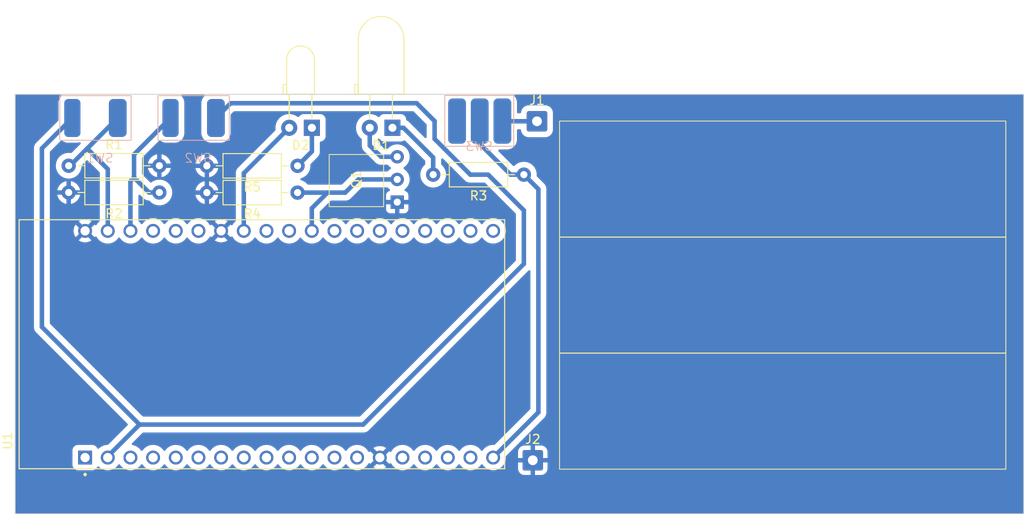
<source format=kicad_pcb>
(kicad_pcb (version 20221018) (generator pcbnew)
  (layers (0 "F.Cu" signal) (31 "B.Cu" signal) (34 "B.Paste" user) (35 "F.Paste" user) (36 "B.SilkS" user "B.Silkscreen") (37 "F.SilkS" user "F.Silkscreen") (38 "B.Mask" user) (39 "F.Mask" user) (44 "Edge.Cuts" user))
  (net 0 "")
  (net 1 "Net-(D1-K)")
  (net 2 "Net-(D1-A)")
  (net 3 "Net-(D2-K)")
  (net 4 "/LED_2")
  (net 5 "+BATT")
  (net 6 "GND")
  (net 7 "/LED_1")
  (net 8 "+4V")
  (net 9 "+3.3V")
  (net 26 "/BTN_1")
  (net 27 "/BTN_2")
  (footprint "ESP32-DEVKITC-32D:MODULE_ESP32-DEVKITC-32D" (layer "F.Cu") (at 73.6 118 90)
    (fp_text reference "U1" (at -10.829175 -28.446045 90) (layer "F.SilkS") (effects (font (size 1.000386 1.000386))))
    (fp_text value "ESP32-DEVKITC-32D")
    (fp_line (start -13.95 -27.15) (end 13.95 -27.15) (stroke (width 0.127)) (layer "F.SilkS"))
    (fp_line (start -13.95 27.25) (end -13.95 -27.15) (stroke (width 0.127)) (layer "F.SilkS"))
    (fp_line (start 13.95 -27.15) (end 13.95 27.25) (stroke (width 0.127)) (layer "F.SilkS"))
    (fp_line (start 13.95 27.25) (end -13.95 27.25) (stroke (width 0.127)) (layer "F.SilkS"))
    (fp_circle (center -14.6 -19.76) (end -14.5 -19.76) (stroke (width 0.2)) (fill none) (layer "F.SilkS"))
    (pad "J2-1" thru_hole rect (at -12.7 -19.76 90) (size 1.56 1.56) (drill 1.04) (layers "*.Cu" "*.Mask") (net 9 "+3.3V"))
    (pad "J2-2" thru_hole circle (at -12.7 -17.22 90) (size 1.56 1.56) (drill 1.04) (layers "*.Cu" "*.Mask"))
    (pad "J2-3" thru_hole circle (at -12.7 -14.68 90) (size 1.56 1.56) (drill 1.04) (layers "*.Cu" "*.Mask"))
    (pad "J2-4" thru_hole circle (at -12.7 -12.14 90) (size 1.56 1.56) (drill 1.04) (layers "*.Cu" "*.Mask"))
    (pad "J2-5" thru_hole circle (at -12.7 -9.6 90) (size 1.56 1.56) (drill 1.04) (layers "*.Cu" "*.Mask"))
    (pad "J2-6" thru_hole circle (at -12.7 -7.06 90) (size 1.56 1.56) (drill 1.04) (layers "*.Cu" "*.Mask"))
    (pad "J2-7" thru_hole circle (at -12.7 -4.52 90) (size 1.56 1.56) (drill 1.04) (layers "*.Cu" "*.Mask"))
    (pad "J2-8" thru_hole circle (at -12.7 -1.98 90) (size 1.56 1.56) (drill 1.04) (layers "*.Cu" "*.Mask"))
    (pad "J2-9" thru_hole circle (at -12.7 0.56 90) (size 1.56 1.56) (drill 1.04) (layers "*.Cu" "*.Mask"))
    (pad "J2-10" thru_hole circle (at -12.7 3.1 90) (size 1.56 1.56) (drill 1.04) (layers "*.Cu" "*.Mask"))
    (pad "J2-11" thru_hole circle (at -12.7 5.64 90) (size 1.56 1.56) (drill 1.04) (layers "*.Cu" "*.Mask"))
    (pad "J2-12" thru_hole circle (at -12.7 8.18 90) (size 1.56 1.56) (drill 1.04) (layers "*.Cu" "*.Mask"))
    (pad "J2-13" thru_hole circle (at -12.7 10.72 90) (size 1.56 1.56) (drill 1.04) (layers "*.Cu" "*.Mask"))
    (pad "J2-14" thru_hole circle (at -12.7 13.26 90) (size 1.56 1.56) (drill 1.04) (layers "*.Cu" "*.Mask") (net 6 "GND"))
    (pad "J2-15" thru_hole circle (at -12.7 15.8 90) (size 1.56 1.56) (drill 1.04) (layers "*.Cu" "*.Mask"))
    (pad "J2-16" thru_hole circle (at -12.7 18.34 90) (size 1.56 1.56) (drill 1.04) (layers "*.Cu" "*.Mask"))
    (pad "J2-17" thru_hole circle (at -12.7 20.88 90) (size 1.56 1.56) (drill 1.04) (layers "*.Cu" "*.Mask"))
    (pad "J2-18" thru_hole circle (at -12.7 23.42 90) (size 1.56 1.56) (drill 1.04) (layers "*.Cu" "*.Mask"))
    (pad "J2-19" thru_hole circle (at -12.7 25.96 90) (size 1.56 1.56) (drill 1.04) (layers "*.Cu" "*.Mask") (net 8 "+4V"))
    (pad "J3-1" thru_hole circle (at 12.7 -19.76 90) (size 1.56 1.56) (drill 1.04) (layers "*.Cu" "*.Mask") (net 6 "GND"))
    (pad "J3-2" thru_hole circle (at 12.7 -17.22 90) (size 1.56 1.56) (drill 1.04) (layers "*.Cu" "*.Mask") (net 26 "/BTN_1"))
    (pad "J3-3" thru_hole circle (at 12.7 -14.68 90) (size 1.56 1.56) (drill 1.04) (layers "*.Cu" "*.Mask") (net 27 "/BTN_2"))
    (pad "J3-4" thru_hole circle (at 12.7 -12.14 90) (size 1.56 1.56) (drill 1.04) (layers "*.Cu" "*.Mask"))
    (pad "J3-5" thru_hole circle (at 12.7 -9.6 90) (size 1.56 1.56) (drill 1.04) (layers "*.Cu" "*.Mask"))
    (pad "J3-6" thru_hole circle (at 12.7 -7.06 90) (size 1.56 1.56) (drill 1.04) (layers "*.Cu" "*.Mask"))
    (pad "J3-7" thru_hole circle (at 12.7 -4.52 90) (size 1.56 1.56) (drill 1.04) (layers "*.Cu" "*.Mask") (net 6 "GND"))
    (pad "J3-8" thru_hole circle (at 12.7 -1.98 90) (size 1.56 1.56) (drill 1.04) (layers "*.Cu" "*.Mask") (net 4 "/LED_2"))
    (pad "J3-9" thru_hole circle (at 12.7 0.56 90) (size 1.56 1.56) (drill 1.04) (layers "*.Cu" "*.Mask"))
    (pad "J3-10" thru_hole circle (at 12.7 3.1 90) (size 1.56 1.56) (drill 1.04) (layers "*.Cu" "*.Mask"))
    (pad "J3-11" thru_hole circle (at 12.7 5.64 90) (size 1.56 1.56) (drill 1.04) (layers "*.Cu" "*.Mask") (net 7 "/LED_1"))
    (pad "J3-12" thru_hole circle (at 12.7 8.18 90) (size 1.56 1.56) (drill 1.04) (layers "*.Cu" "*.Mask"))
    (pad "J3-13" thru_hole circle (at 12.7 10.72 90) (size 1.56 1.56) (drill 1.04) (layers "*.Cu" "*.Mask"))
    (pad "J3-14" thru_hole circle (at 12.7 13.26 90) (size 1.56 1.56) (drill 1.04) (layers "*.Cu" "*.Mask"))
    (pad "J3-15" thru_hole circle (at 12.7 15.8 90) (size 1.56 1.56) (drill 1.04) (layers "*.Cu" "*.Mask"))
    (pad "J3-16" thru_hole circle (at 12.7 18.34 90) (size 1.56 1.56) (drill 1.04) (layers "*.Cu" "*.Mask"))
    (pad "J3-17" thru_hole circle (at 12.7 20.88 90) (size 1.56 1.56) (drill 1.04) (layers "*.Cu" "*.Mask"))
    (pad "J3-18" thru_hole circle (at 12.7 23.42 90) (size 1.56 1.56) (drill 1.04) (layers "*.Cu" "*.Mask"))
    (pad "J3-19" thru_hole circle (at 12.7 25.96 90) (size 1.56 1.56) (drill 1.04) (layers "*.Cu" "*.Mask"))
  )
  (footprint "Connector_Wire:SolderWire-0.5sqmm_1x01_D0.9mm_OD2.3mm" (layer "F.Cu") (at 104 131)
    (fp_text reference "J2" (at 0 -2.35) (layer "F.SilkS"))
    (fp_text value "Conn_01x01_Pin")
    (pad "1" thru_hole roundrect (at 0 0) (size 2.3 2.3) (drill 1.1) (layers "*.Cu" "*.Mask") (roundrect_rratio 0.108696087) (net 6 "GND"))
  )
  (footprint "LED_THT:LED_D3.0mm_Horizontal_O3.81mm_Z6.0mm" (layer "F.Cu") (at 79.25 93.75061 180)
    (fp_text reference "D2" (at 1.27 -1.96) (layer "F.SilkS"))
    (fp_text value "LED")
    (fp_line (start -0.29 3.75) (end -0.29 7.61) (stroke (width 0.12)) (layer "F.SilkS"))
    (fp_line (start -0.29 3.75) (end 2.83 3.75) (stroke (width 0.12)) (layer "F.SilkS"))
    (fp_line (start 0 1.08) (end 0 1.08) (stroke (width 0.12)) (layer "F.SilkS"))
    (fp_line (start 0 1.08) (end 0 3.75) (stroke (width 0.12)) (layer "F.SilkS"))
    (fp_line (start 0 3.75) (end 0 1.08) (stroke (width 0.12)) (layer "F.SilkS"))
    (fp_line (start 0 3.75) (end 0 3.75) (stroke (width 0.12)) (layer "F.SilkS"))
    (fp_line (start 2.54 1.08) (end 2.54 1.08) (stroke (width 0.12)) (layer "F.SilkS"))
    (fp_line (start 2.54 1.08) (end 2.54 3.75) (stroke (width 0.12)) (layer "F.SilkS"))
    (fp_line (start 2.54 3.75) (end 2.54 1.08) (stroke (width 0.12)) (layer "F.SilkS"))
    (fp_line (start 2.54 3.75) (end 2.54 3.75) (stroke (width 0.12)) (layer "F.SilkS"))
    (fp_line (start 2.83 3.75) (end 2.83 7.61) (stroke (width 0.12)) (layer "F.SilkS"))
    (fp_line (start 2.83 3.75) (end 3.23 3.75) (stroke (width 0.12)) (layer "F.SilkS"))
    (fp_line (start 2.83 4.87) (end 2.83 3.75) (stroke (width 0.12)) (layer "F.SilkS"))
    (fp_line (start 3.23 3.75) (end 3.23 4.87) (stroke (width 0.12)) (layer "F.SilkS"))
    (fp_line (start 3.23 4.87) (end 2.83 4.87) (stroke (width 0.12)) (layer "F.SilkS"))
    (fp_arc (start 2.83 7.61) (mid 1.27 9.17) (end -0.29 7.61) (stroke (width 0.12)) (layer "F.SilkS"))
    (pad "1" thru_hole rect (at 0 0 180) (size 1.8 1.8) (drill 0.9) (layers "*.Cu" "*.Mask") (net 3 "Net-(D2-K)"))
    (pad "2" thru_hole circle (at 2.54 0 180) (size 1.8 1.8) (drill 0.9) (layers "*.Cu" "*.Mask") (net 4 "/LED_2"))
  )
  (footprint "Resistor_THT:R_Axial_DIN0207_L6.3mm_D2.5mm_P10.16mm_Horizontal" (layer "F.Cu") (at 62.16 101 180)
    (fp_text reference "R2" (at 5.08 -2.37) (layer "F.SilkS"))
    (fp_text value "10k")
    (fp_line (start 1.04 0) (end 1.81 0) (stroke (width 0.12)) (layer "F.SilkS"))
    (fp_line (start 1.81 -1.37) (end 1.81 1.37) (stroke (width 0.12)) (layer "F.SilkS"))
    (fp_line (start 1.81 1.37) (end 8.35 1.37) (stroke (width 0.12)) (layer "F.SilkS"))
    (fp_line (start 8.35 -1.37) (end 1.81 -1.37) (stroke (width 0.12)) (layer "F.SilkS"))
    (fp_line (start 8.35 1.37) (end 8.35 -1.37) (stroke (width 0.12)) (layer "F.SilkS"))
    (fp_line (start 9.12 0) (end 8.35 0) (stroke (width 0.12)) (layer "F.SilkS"))
    (pad "1" thru_hole circle (at 0 0 180) (size 1.6 1.6) (drill 0.8) (layers "*.Cu" "*.Mask") (net 27 "/BTN_2"))
    (pad "2" thru_hole oval (at 10.16 0 180) (size 1.6 1.6) (drill 0.8) (layers "*.Cu" "*.Mask") (net 6 "GND"))
  )
  (footprint "LED_THT:LED_D5.0mm_Horizontal_O3.81mm_Z3.0mm" (layer "F.Cu") (at 88.275 93.75 180)
    (fp_text reference "D1" (at 1.27 -1.96) (layer "F.SilkS"))
    (fp_text value "LED")
    (fp_line (start -1.29 3.75) (end -1.29 9.91) (stroke (width 0.12)) (layer "F.SilkS"))
    (fp_line (start -1.29 3.75) (end 3.83 3.75) (stroke (width 0.12)) (layer "F.SilkS"))
    (fp_line (start 0 1.08) (end 0 1.08) (stroke (width 0.12)) (layer "F.SilkS"))
    (fp_line (start 0 1.08) (end 0 3.75) (stroke (width 0.12)) (layer "F.SilkS"))
    (fp_line (start 0 3.75) (end 0 1.08) (stroke (width 0.12)) (layer "F.SilkS"))
    (fp_line (start 0 3.75) (end 0 3.75) (stroke (width 0.12)) (layer "F.SilkS"))
    (fp_line (start 2.54 1.08) (end 2.54 1.08) (stroke (width 0.12)) (layer "F.SilkS"))
    (fp_line (start 2.54 1.08) (end 2.54 3.75) (stroke (width 0.12)) (layer "F.SilkS"))
    (fp_line (start 2.54 3.75) (end 2.54 1.08) (stroke (width 0.12)) (layer "F.SilkS"))
    (fp_line (start 2.54 3.75) (end 2.54 3.75) (stroke (width 0.12)) (layer "F.SilkS"))
    (fp_line (start 3.83 3.75) (end 3.83 9.91) (stroke (width 0.12)) (layer "F.SilkS"))
    (fp_line (start 3.83 3.75) (end 4.23 3.75) (stroke (width 0.12)) (layer "F.SilkS"))
    (fp_line (start 3.83 4.87) (end 3.83 3.75) (stroke (width 0.12)) (layer "F.SilkS"))
    (fp_line (start 4.23 3.75) (end 4.23 4.87) (stroke (width 0.12)) (layer "F.SilkS"))
    (fp_line (start 4.23 4.87) (end 3.83 4.87) (stroke (width 0.12)) (layer "F.SilkS"))
    (fp_arc (start 3.83 9.91) (mid 1.27 12.47) (end -1.29 9.91) (stroke (width 0.12)) (layer "F.SilkS"))
    (pad "1" thru_hole circle (at 2.54 0 180) (size 1.8 1.8) (drill 0.9) (layers "*.Cu" "*.Mask") (net 1 "Net-(D1-K)"))
    (pad "2" thru_hole rect (at 0 0 180) (size 1.8 1.8) (drill 0.9) (layers "*.Cu" "*.Mask") (net 2 "Net-(D1-A)"))
  )
  (footprint "Resistor_THT:R_Axial_DIN0207_L6.3mm_D2.5mm_P10.16mm_Horizontal" (layer "F.Cu") (at 52 98)
    (fp_text reference "R1" (at 5.08 -2.37) (layer "F.SilkS"))
    (fp_text value "10k")
    (fp_line (start 1.04 0) (end 1.81 0) (stroke (width 0.12)) (layer "F.SilkS"))
    (fp_line (start 1.81 -1.37) (end 1.81 1.37) (stroke (width 0.12)) (layer "F.SilkS"))
    (fp_line (start 1.81 1.37) (end 8.35 1.37) (stroke (width 0.12)) (layer "F.SilkS"))
    (fp_line (start 8.35 -1.37) (end 1.81 -1.37) (stroke (width 0.12)) (layer "F.SilkS"))
    (fp_line (start 8.35 1.37) (end 8.35 -1.37) (stroke (width 0.12)) (layer "F.SilkS"))
    (fp_line (start 9.12 0) (end 8.35 0) (stroke (width 0.12)) (layer "F.SilkS"))
    (pad "1" thru_hole circle (at 0 0) (size 1.6 1.6) (drill 0.8) (layers "*.Cu" "*.Mask") (net 26 "/BTN_1"))
    (pad "2" thru_hole oval (at 10.16 0) (size 1.6 1.6) (drill 0.8) (layers "*.Cu" "*.Mask") (net 6 "GND"))
  )
  (footprint "Resistor_THT:R_Axial_DIN0207_L6.3mm_D2.5mm_P10.16mm_Horizontal" (layer "F.Cu") (at 77.642395 98.011335 180)
    (fp_text reference "R5" (at 5.08 -2.37) (layer "F.SilkS"))
    (fp_text value "220")
    (fp_line (start 1.04 0) (end 1.81 0) (stroke (width 0.12)) (layer "F.SilkS"))
    (fp_line (start 1.81 -1.37) (end 1.81 1.37) (stroke (width 0.12)) (layer "F.SilkS"))
    (fp_line (start 1.81 1.37) (end 8.35 1.37) (stroke (width 0.12)) (layer "F.SilkS"))
    (fp_line (start 8.35 -1.37) (end 1.81 -1.37) (stroke (width 0.12)) (layer "F.SilkS"))
    (fp_line (start 8.35 1.37) (end 8.35 -1.37) (stroke (width 0.12)) (layer "F.SilkS"))
    (fp_line (start 9.12 0) (end 8.35 0) (stroke (width 0.12)) (layer "F.SilkS"))
    (pad "1" thru_hole circle (at 0 0 180) (size 1.6 1.6) (drill 0.8) (layers "*.Cu" "*.Mask") (net 3 "Net-(D2-K)"))
    (pad "2" thru_hole oval (at 10.16 0 180) (size 1.6 1.6) (drill 0.8) (layers "*.Cu" "*.Mask") (net 6 "GND"))
  )
  (footprint "Package_TO_SOT_THT:TO-92_Inline_Wide" (layer "F.Cu") (at 88.812302 102.076692 90)
    (fp_text reference "Q1" (at 2.54 -4.572 90) (layer "F.SilkS"))
    (fp_text value "NMOS")
    (fp_rect (start -0.508 -7.62) (end 5.334 -1.524) (stroke (width 0.1)) (fill none) (layer "F.SilkS"))
    (pad "1" thru_hole rect (at 0 0 90) (size 1.5 1.5) (drill 0.8) (layers "*.Cu" "*.Mask") (net 6 "GND"))
    (pad "2" thru_hole circle (at 2.54 0 90) (size 1.5 1.5) (drill 0.8) (layers "*.Cu" "*.Mask") (net 7 "/LED_1"))
    (pad "3" thru_hole circle (at 5.08 0 90) (size 1.5 1.5) (drill 0.8) (layers "*.Cu" "*.Mask") (net 1 "Net-(D1-K)"))
  )
  (footprint "Resistor_THT:R_Axial_DIN0207_L6.3mm_D2.5mm_P10.16mm_Horizontal" (layer "F.Cu") (at 77.642395 101.011335 180)
    (fp_text reference "R4" (at 5.08 -2.37) (layer "F.SilkS"))
    (fp_text value "10k")
    (fp_line (start 1.04 0) (end 1.81 0) (stroke (width 0.12)) (layer "F.SilkS"))
    (fp_line (start 1.81 -1.37) (end 1.81 1.37) (stroke (width 0.12)) (layer "F.SilkS"))
    (fp_line (start 1.81 1.37) (end 8.35 1.37) (stroke (width 0.12)) (layer "F.SilkS"))
    (fp_line (start 8.35 -1.37) (end 1.81 -1.37) (stroke (width 0.12)) (layer "F.SilkS"))
    (fp_line (start 8.35 1.37) (end 8.35 -1.37) (stroke (width 0.12)) (layer "F.SilkS"))
    (fp_line (start 9.12 0) (end 8.35 0) (stroke (width 0.12)) (layer "F.SilkS"))
    (pad "1" thru_hole circle (at 0 0 180) (size 1.6 1.6) (drill 0.8) (layers "*.Cu" "*.Mask") (net 7 "/LED_1"))
    (pad "2" thru_hole oval (at 10.16 0 180) (size 1.6 1.6) (drill 0.8) (layers "*.Cu" "*.Mask") (net 6 "GND"))
  )
  (footprint "Resistor_THT:R_Axial_DIN0207_L6.3mm_D2.5mm_P10.16mm_Horizontal" (layer "F.Cu") (at 103 99 180)
    (fp_text reference "R3" (at 5.08 -2.37) (layer "F.SilkS"))
    (fp_text value "100")
    (fp_line (start 1.04 0) (end 1.81 0) (stroke (width 0.12)) (layer "F.SilkS"))
    (fp_line (start 1.81 -1.37) (end 1.81 1.37) (stroke (width 0.12)) (layer "F.SilkS"))
    (fp_line (start 1.81 1.37) (end 8.35 1.37) (stroke (width 0.12)) (layer "F.SilkS"))
    (fp_line (start 8.35 -1.37) (end 1.81 -1.37) (stroke (width 0.12)) (layer "F.SilkS"))
    (fp_line (start 8.35 1.37) (end 8.35 -1.37) (stroke (width 0.12)) (layer "F.SilkS"))
    (fp_line (start 9.12 0) (end 8.35 0) (stroke (width 0.12)) (layer "F.SilkS"))
    (pad "1" thru_hole circle (at 0 0 180) (size 1.6 1.6) (drill 0.8) (layers "*.Cu" "*.Mask") (net 8 "+4V"))
    (pad "2" thru_hole oval (at 10.16 0 180) (size 1.6 1.6) (drill 0.8) (layers "*.Cu" "*.Mask") (net 2 "Net-(D1-A)"))
  )
  (footprint "Connector_Wire:SolderWire-0.5sqmm_1x01_D0.9mm_OD2.3mm" (layer "F.Cu") (at 104.470519 93.019691)
    (fp_text reference "J1" (at 0 -2.35) (layer "F.SilkS"))
    (fp_text value "Conn_01x01_Pin")
    (pad "1" thru_hole roundrect (at 0 0) (size 2.3 2.3) (drill 1.1) (layers "*.Cu" "*.Mask") (roundrect_rratio 0.108696087) (net 5 "+BATT"))
  )
  (footprint "CustomLibWolf:SW_Push_2Prong_Horizontal" (layer "B.Cu") (at 66.5 97.65 180)
    (fp_text reference "SW2" (at 0 0.5 unlocked) (layer "B.SilkS") (effects (font (thickness 0.1)) (justify mirror)))
    (fp_text value "SW_Push")
    (fp_rect (start -3.5 7.5) (end 4.5 2.5) (stroke (width 0.1)) (fill none) (layer "B.SilkS"))
    (pad "1" smd roundrect (at -2 5 180) (size 2 4.262) (layers "B.Cu" "B.Paste" "B.Mask") (net 9 "+3.3V"))
    (pad "2" smd roundrect (at 3.08925 5 180) (size 1.8215 4.262) (layers "B.Cu" "B.Paste" "B.Mask") (net 27 "/BTN_2"))
  )
  (footprint "CustomLibWolf:SW_Push_2Prong_Horizontal" (layer "B.Cu") (at 55.5 97.65 180)
    (fp_text reference "SW1" (at 0 0.5 unlocked) (layer "B.SilkS") (effects (font (thickness 0.1)) (justify mirror)))
    (fp_text value "SW_Push")
    (fp_rect (start -3.5 7.5) (end 4.5 2.5) (stroke (width 0.1)) (fill none) (layer "B.SilkS"))
    (pad "1" smd roundrect (at 3.08925 5 180) (size 1.8215 4.262) (layers "B.Cu" "B.Paste" "B.Mask") (net 9 "+3.3V"))
    (pad "2" smd roundrect (at -2 5 180) (size 2 4.262) (layers "B.Cu" "B.Paste" "B.Mask") (net 26 "/BTN_1"))
  )
  (footprint "CustomLibWolf:SW_SPDT_Horizontal" (layer "B.Cu") (at 98.054182 97.5 180)
    (fp_text reference "SW3" (at 0.054182 1.675272 unlocked) (layer "B.SilkS") (effects (font (thickness 0.1)) (justify mirror)))
    (fp_text value "SW_SPDT")
    (fp_rect (start -3.81 7.366) (end 3.918364 1.675272) (stroke (width 0.1)) (fill none) (layer "B.SilkS"))
    (pad "1" smd roundrect (at -2.54 4.5 180) (size 2 5.08) (layers "B.Cu" "B.Paste" "B.Mask") (net 5 "+BATT"))
    (pad "2" smd roundrect (at 0 4.5 180) (size 2 5.08) (layers "B.Cu" "B.Paste" "B.Mask") (net 8 "+4V"))
    (pad "3" smd roundrect (at 2.54 4.5 180) (size 2 5.08) (layers "B.Cu" "B.Paste" "B.Mask"))
  )
  (gr_rect (start 107 93) (end 157 106) (stroke (width 0.1)) (fill none) (layer "F.SilkS"))
  (gr_rect (start 107 106) (end 157 119) (stroke (width 0.1)) (fill none) (layer "F.SilkS"))
  (gr_rect (start 107 119) (end 157 132) (stroke (width 0.1)) (fill none) (layer "F.SilkS"))
  (gr_rect (start 46 90) (end 159 137) (stroke (width 0.1)) (fill none) (layer "Edge.Cuts"))
  (segment (start 85.735 93.75) (end 85.735 95.735) (width 0.508) (layer "B.Cu") (net 1))
  (segment (start 85.735 95.735) (end 86.996692 96.996692) (width 0.508) (layer "B.Cu") (net 1))
  (segment (start 86.996692 96.996692) (end 88.812302 96.996692) (width 0.508) (layer "B.Cu") (net 1))
  (segment (start 92.84 97.0775) (end 92.84 99) (width 0.508) (layer "B.Cu") (net 2))
  (segment (start 88.275 93.75) (end 89.5125 93.75) (width 0.508) (layer "B.Cu") (net 2))
  (segment (start 89.5125 93.75) (end 92.84 97.0775) (width 0.508) (layer "B.Cu") (net 2))
  (segment (start 79.25 93.75061) (end 79.25 96.40373) (width 0.508) (layer "B.Cu") (net 3))
  (segment (start 79.25 96.40373) (end 77.642395 98.011335) (width 0.508) (layer "B.Cu") (net 3))
  (segment (start 71.62 105.3) (end 71.62 98.84061) (width 0.508) (layer "B.Cu") (net 4))
  (segment (start 71.62 98.84061) (end 76.71 93.75061) (width 0.508) (layer "B.Cu") (net 4))
  (segment (start 100.613873 93.019691) (end 100.594182 93) (width 0.508) (layer "B.Cu") (net 5))
  (segment (start 104.470519 93.019691) (end 100.613873 93.019691) (width 0.508) (layer "B.Cu") (net 5))
  (segment (start 81 101.011335) (end 82.988665 101.011335) (width 0.508) (layer "B.Cu") (net 7))
  (segment (start 79.24 102.771335) (end 81 101.011335) (width 0.508) (layer "B.Cu") (net 7))
  (segment (start 84.463308 99.536692) (end 88.812302 99.536692) (width 0.508) (layer "B.Cu") (net 7))
  (segment (start 79.24 105.3) (end 79.24 102.771335) (width 0.508) (layer "B.Cu") (net 7))
  (segment (start 82.988665 101.011335) (end 84.463308 99.536692) (width 0.508) (layer "B.Cu") (net 7))
  (segment (start 77.642395 101.011335) (end 81 101.011335) (width 0.508) (layer "B.Cu") (net 7))
  (segment (start 98.054182 93) (end 98.054182 95.54) (width 0.508) (layer "B.Cu") (net 8))
  (segment (start 104.628212 125.631788) (end 104.628212 100.628212) (width 0.508) (layer "B.Cu") (net 8))
  (segment (start 101.514182 99) (end 103 99) (width 0.508) (layer "B.Cu") (net 8))
  (segment (start 99.56 130.7) (end 104.628212 125.631788) (width 0.508) (layer "B.Cu") (net 8))
  (segment (start 98.054182 95.54) (end 101.514182 99) (width 0.508) (layer "B.Cu") (net 8))
  (segment (start 104.628212 100.628212) (end 103 99) (width 0.508) (layer "B.Cu") (net 8))
  (segment (start 85 127) (end 59.94 127) (width 0.508) (layer "B.Cu") (net 9))
  (segment (start 59.94 127) (end 56.24 130.7) (width 0.508) (layer "B.Cu") (net 9))
  (segment (start 70.15 91) (end 91 91) (width 0.508) (layer "B.Cu") (net 9))
  (segment (start 49 96.06075) (end 49 116.06) (width 0.508) (layer "B.Cu") (net 9))
  (segment (start 99 99) (end 103 103) (width 0.508) (layer "B.Cu") (net 9))
  (segment (start 97 99) (end 99 99) (width 0.508) (layer "B.Cu") (net 9))
  (segment (start 68.5 92.65) (end 70.15 91) (width 0.508) (layer "B.Cu") (net 9))
  (segment (start 91 91) (end 93 93) (width 0.508) (layer "B.Cu") (net 9))
  (segment (start 49 116.06) (end 59.94 127) (width 0.508) (layer "B.Cu") (net 9))
  (segment (start 103 109) (end 85 127) (width 0.508) (layer "B.Cu") (net 9))
  (segment (start 93 93) (end 93 95) (width 0.508) (layer "B.Cu") (net 9))
  (segment (start 103 103) (end 103 109) (width 0.508) (layer "B.Cu") (net 9))
  (segment (start 93 95) (end 97 99) (width 0.508) (layer "B.Cu") (net 9))
  (segment (start 52.41075 92.65) (end 49 96.06075) (width 0.508) (layer "B.Cu") (net 9))
  (segment (start 56.38 98.38) (end 54.075 96.075) (width 0.508) (layer "B.Cu") (net 26))
  (segment (start 57.5 92.65) (end 54.575 95.575) (width 0.508) (layer "B.Cu") (net 26))
  (segment (start 54.575 95.575) (end 54.075 96.075) (width 0.508) (layer "B.Cu") (net 26))
  (segment (start 54.075 96.075) (end 52.15 98) (width 0.508) (layer "B.Cu") (net 26))
  (segment (start 52.41075 97.58925) (end 52 98) (width 0.508) (layer "B.Cu") (net 26))
  (segment (start 52.15 98) (end 52 98) (width 0.508) (layer "B.Cu") (net 26))
  (segment (start 56.38 105.3) (end 56.38 98.38) (width 0.508) (layer "B.Cu") (net 26))
  (segment (start 59.32458 99.32458) (end 58.92 99.72916) (width 0.508) (layer "B.Cu") (net 27))
  (segment (start 63.41075 92.65) (end 59.32458 96.73617) (width 0.508) (layer "B.Cu") (net 27))
  (segment (start 59.32458 96.73617) (end 59.32458 99.32458) (width 0.508) (layer "B.Cu") (net 27))
  (segment (start 62.16 101) (end 62 101.16) (width 0.508) (layer "B.Cu") (net 27))
  (segment (start 58.92 99.72916) (end 58.92 105.3) (width 0.508) (layer "B.Cu") (net 27))
  (segment (start 61 101) (end 62.16 101) (width 0.508) (layer "B.Cu") (net 27))
  (segment (start 59.32458 99.32458) (end 61 101) (width 0.508) (layer "B.Cu") (net 27))
  (zone (net 6) (net_name "GND") (layer "B.Cu") (connect_pads (clearance 0.5)) (min_thickness 0.25) (fill yes (thermal_gap 0.5) (thermal_bridge_width 0.5))
    (polygon (pts (xy 46 90) (xy 159 90) (xy 159 137) (xy 46 137)))
  )
)
</source>
